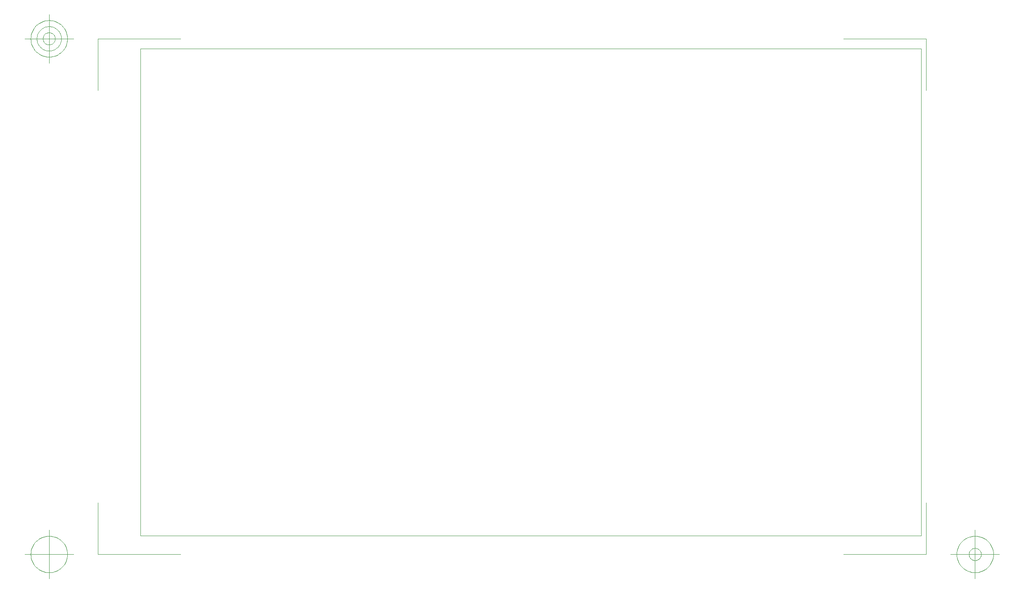
<source format=gbr>
G04 Generated by Ultiboard 10.0 *
%FSLAX25Y25*%
%MOIN*%

%ADD23C,0.00004*%
%ADD22C,0.00394*%


G04 ColorRGB 00FFFF for the following layer *
%LNLeiterplattenumriss*%
%LPD*%
%FSLAX25Y25*%
%MOIN*%
G54D23*
X0Y0D02*
X629921Y0D01*
X629921Y0D02*
X629921Y393701D01*
X629921Y393701D02*
X0Y393701D01*
X0Y393701D02*
X0Y0D01*
G54D22*
X-34512Y-14937D02*
X-34512Y26744D01*
X-34512Y-14937D02*
X32339Y-14937D01*
X634000Y-14937D02*
X567149Y-14937D01*
X634000Y-14937D02*
X634000Y26744D01*
X634000Y401874D02*
X634000Y360193D01*
X634000Y401874D02*
X567149Y401874D01*
X-34512Y401874D02*
X32339Y401874D01*
X-34512Y401874D02*
X-34512Y360193D01*
X-54197Y-14937D02*
X-93567Y-14937D01*
X-73882Y-34622D02*
X-73882Y4748D01*
X-59118Y-14937D02*
X-59189Y-13490D01*
X-59189Y-13490D02*
X-59402Y-12057D01*
X-59402Y-12057D02*
X-59754Y-10651D01*
X-59754Y-10651D02*
X-60242Y-9287D01*
X-60242Y-9287D02*
X-60861Y-7977D01*
X-60861Y-7977D02*
X-61606Y-6735D01*
X-61606Y-6735D02*
X-62469Y-5571D01*
X-62469Y-5571D02*
X-63442Y-4497D01*
X-63442Y-4497D02*
X-64516Y-3524D01*
X-64516Y-3524D02*
X-65680Y-2661D01*
X-65680Y-2661D02*
X-66922Y-1917D01*
X-66922Y-1917D02*
X-68232Y-1297D01*
X-68232Y-1297D02*
X-69596Y-809D01*
X-69596Y-809D02*
X-71002Y-457D01*
X-71002Y-457D02*
X-72435Y-244D01*
X-72435Y-244D02*
X-73882Y-173D01*
X-73882Y-173D02*
X-75329Y-244D01*
X-75329Y-244D02*
X-76762Y-457D01*
X-76762Y-457D02*
X-78168Y-809D01*
X-78168Y-809D02*
X-79532Y-1297D01*
X-79532Y-1297D02*
X-80841Y-1917D01*
X-80841Y-1917D02*
X-82084Y-2661D01*
X-82084Y-2661D02*
X-83248Y-3524D01*
X-83248Y-3524D02*
X-84321Y-4497D01*
X-84321Y-4497D02*
X-85294Y-5571D01*
X-85294Y-5571D02*
X-86158Y-6735D01*
X-86158Y-6735D02*
X-86902Y-7977D01*
X-86902Y-7977D02*
X-87522Y-9287D01*
X-87522Y-9287D02*
X-88010Y-10651D01*
X-88010Y-10651D02*
X-88362Y-12057D01*
X-88362Y-12057D02*
X-88575Y-13490D01*
X-88575Y-13490D02*
X-88646Y-14937D01*
X-88646Y-14937D02*
X-88575Y-16384D01*
X-88575Y-16384D02*
X-88362Y-17817D01*
X-88362Y-17817D02*
X-88010Y-19223D01*
X-88010Y-19223D02*
X-87522Y-20587D01*
X-87522Y-20587D02*
X-86902Y-21897D01*
X-86902Y-21897D02*
X-86158Y-23139D01*
X-86158Y-23139D02*
X-85294Y-24303D01*
X-85294Y-24303D02*
X-84321Y-25377D01*
X-84321Y-25377D02*
X-83248Y-26350D01*
X-83248Y-26350D02*
X-82084Y-27213D01*
X-82084Y-27213D02*
X-80841Y-27957D01*
X-80841Y-27957D02*
X-79532Y-28577D01*
X-79532Y-28577D02*
X-78168Y-29065D01*
X-78168Y-29065D02*
X-76762Y-29417D01*
X-76762Y-29417D02*
X-75329Y-29630D01*
X-75329Y-29630D02*
X-73882Y-29701D01*
X-73882Y-29701D02*
X-72435Y-29630D01*
X-72435Y-29630D02*
X-71002Y-29417D01*
X-71002Y-29417D02*
X-69596Y-29065D01*
X-69596Y-29065D02*
X-68232Y-28577D01*
X-68232Y-28577D02*
X-66922Y-27957D01*
X-66922Y-27957D02*
X-65680Y-27213D01*
X-65680Y-27213D02*
X-64516Y-26350D01*
X-64516Y-26350D02*
X-63442Y-25377D01*
X-63442Y-25377D02*
X-62469Y-24303D01*
X-62469Y-24303D02*
X-61606Y-23139D01*
X-61606Y-23139D02*
X-60861Y-21897D01*
X-60861Y-21897D02*
X-60242Y-20587D01*
X-60242Y-20587D02*
X-59754Y-19223D01*
X-59754Y-19223D02*
X-59402Y-17817D01*
X-59402Y-17817D02*
X-59189Y-16384D01*
X-59189Y-16384D02*
X-59118Y-14937D01*
X653685Y-14937D02*
X693055Y-14937D01*
X673370Y-34622D02*
X673370Y4748D01*
X688134Y-14937D02*
X688063Y-13490D01*
X688063Y-13490D02*
X687850Y-12057D01*
X687850Y-12057D02*
X687498Y-10651D01*
X687498Y-10651D02*
X687010Y-9287D01*
X687010Y-9287D02*
X686391Y-7977D01*
X686391Y-7977D02*
X685646Y-6735D01*
X685646Y-6735D02*
X684783Y-5571D01*
X684783Y-5571D02*
X683810Y-4497D01*
X683810Y-4497D02*
X682736Y-3524D01*
X682736Y-3524D02*
X681572Y-2661D01*
X681572Y-2661D02*
X680330Y-1917D01*
X680330Y-1917D02*
X679020Y-1297D01*
X679020Y-1297D02*
X677656Y-809D01*
X677656Y-809D02*
X676250Y-457D01*
X676250Y-457D02*
X674817Y-244D01*
X674817Y-244D02*
X673370Y-173D01*
X673370Y-173D02*
X671923Y-244D01*
X671923Y-244D02*
X670490Y-457D01*
X670490Y-457D02*
X669084Y-809D01*
X669084Y-809D02*
X667720Y-1297D01*
X667720Y-1297D02*
X666410Y-1917D01*
X666410Y-1917D02*
X665168Y-2661D01*
X665168Y-2661D02*
X664004Y-3524D01*
X664004Y-3524D02*
X662931Y-4497D01*
X662931Y-4497D02*
X661958Y-5571D01*
X661958Y-5571D02*
X661094Y-6735D01*
X661094Y-6735D02*
X660350Y-7977D01*
X660350Y-7977D02*
X659730Y-9287D01*
X659730Y-9287D02*
X659242Y-10651D01*
X659242Y-10651D02*
X658890Y-12057D01*
X658890Y-12057D02*
X658677Y-13490D01*
X658677Y-13490D02*
X658606Y-14937D01*
X658606Y-14937D02*
X658677Y-16384D01*
X658677Y-16384D02*
X658890Y-17817D01*
X658890Y-17817D02*
X659242Y-19223D01*
X659242Y-19223D02*
X659730Y-20587D01*
X659730Y-20587D02*
X660350Y-21897D01*
X660350Y-21897D02*
X661094Y-23139D01*
X661094Y-23139D02*
X661958Y-24303D01*
X661958Y-24303D02*
X662931Y-25377D01*
X662931Y-25377D02*
X664004Y-26350D01*
X664004Y-26350D02*
X665168Y-27213D01*
X665168Y-27213D02*
X666410Y-27957D01*
X666410Y-27957D02*
X667720Y-28577D01*
X667720Y-28577D02*
X669084Y-29065D01*
X669084Y-29065D02*
X670490Y-29417D01*
X670490Y-29417D02*
X671923Y-29630D01*
X671923Y-29630D02*
X673370Y-29701D01*
X673370Y-29701D02*
X674817Y-29630D01*
X674817Y-29630D02*
X676250Y-29417D01*
X676250Y-29417D02*
X677656Y-29065D01*
X677656Y-29065D02*
X679020Y-28577D01*
X679020Y-28577D02*
X680330Y-27957D01*
X680330Y-27957D02*
X681572Y-27213D01*
X681572Y-27213D02*
X682736Y-26350D01*
X682736Y-26350D02*
X683810Y-25377D01*
X683810Y-25377D02*
X684783Y-24303D01*
X684783Y-24303D02*
X685646Y-23139D01*
X685646Y-23139D02*
X686391Y-21897D01*
X686391Y-21897D02*
X687010Y-20587D01*
X687010Y-20587D02*
X687498Y-19223D01*
X687498Y-19223D02*
X687850Y-17817D01*
X687850Y-17817D02*
X688063Y-16384D01*
X688063Y-16384D02*
X688134Y-14937D01*
X678291Y-14937D02*
X678268Y-14455D01*
X678268Y-14455D02*
X678197Y-13977D01*
X678197Y-13977D02*
X678079Y-13508D01*
X678079Y-13508D02*
X677917Y-13054D01*
X677917Y-13054D02*
X677710Y-12617D01*
X677710Y-12617D02*
X677462Y-12203D01*
X677462Y-12203D02*
X677174Y-11815D01*
X677174Y-11815D02*
X676850Y-11457D01*
X676850Y-11457D02*
X676492Y-11133D01*
X676492Y-11133D02*
X676104Y-10845D01*
X676104Y-10845D02*
X675690Y-10597D01*
X675690Y-10597D02*
X675253Y-10390D01*
X675253Y-10390D02*
X674799Y-10228D01*
X674799Y-10228D02*
X674330Y-10110D01*
X674330Y-10110D02*
X673852Y-10039D01*
X673852Y-10039D02*
X673370Y-10016D01*
X673370Y-10016D02*
X672888Y-10039D01*
X672888Y-10039D02*
X672410Y-10110D01*
X672410Y-10110D02*
X671942Y-10228D01*
X671942Y-10228D02*
X671487Y-10390D01*
X671487Y-10390D02*
X671050Y-10597D01*
X671050Y-10597D02*
X670636Y-10845D01*
X670636Y-10845D02*
X670248Y-11133D01*
X670248Y-11133D02*
X669890Y-11457D01*
X669890Y-11457D02*
X669566Y-11815D01*
X669566Y-11815D02*
X669278Y-12203D01*
X669278Y-12203D02*
X669030Y-12617D01*
X669030Y-12617D02*
X668823Y-13054D01*
X668823Y-13054D02*
X668661Y-13508D01*
X668661Y-13508D02*
X668543Y-13977D01*
X668543Y-13977D02*
X668473Y-14455D01*
X668473Y-14455D02*
X668449Y-14937D01*
X668449Y-14937D02*
X668473Y-15419D01*
X668473Y-15419D02*
X668543Y-15897D01*
X668543Y-15897D02*
X668661Y-16366D01*
X668661Y-16366D02*
X668823Y-16820D01*
X668823Y-16820D02*
X669030Y-17257D01*
X669030Y-17257D02*
X669278Y-17671D01*
X669278Y-17671D02*
X669566Y-18059D01*
X669566Y-18059D02*
X669890Y-18417D01*
X669890Y-18417D02*
X670248Y-18741D01*
X670248Y-18741D02*
X670636Y-19029D01*
X670636Y-19029D02*
X671050Y-19277D01*
X671050Y-19277D02*
X671487Y-19484D01*
X671487Y-19484D02*
X671942Y-19646D01*
X671942Y-19646D02*
X672410Y-19764D01*
X672410Y-19764D02*
X672888Y-19835D01*
X672888Y-19835D02*
X673370Y-19858D01*
X673370Y-19858D02*
X673852Y-19835D01*
X673852Y-19835D02*
X674330Y-19764D01*
X674330Y-19764D02*
X674799Y-19646D01*
X674799Y-19646D02*
X675253Y-19484D01*
X675253Y-19484D02*
X675690Y-19277D01*
X675690Y-19277D02*
X676104Y-19029D01*
X676104Y-19029D02*
X676492Y-18741D01*
X676492Y-18741D02*
X676850Y-18417D01*
X676850Y-18417D02*
X677174Y-18059D01*
X677174Y-18059D02*
X677462Y-17671D01*
X677462Y-17671D02*
X677710Y-17257D01*
X677710Y-17257D02*
X677917Y-16820D01*
X677917Y-16820D02*
X678079Y-16366D01*
X678079Y-16366D02*
X678197Y-15897D01*
X678197Y-15897D02*
X678268Y-15419D01*
X678268Y-15419D02*
X678291Y-14937D01*
X-54197Y401874D02*
X-93567Y401874D01*
X-73882Y382189D02*
X-73882Y421559D01*
X-59118Y401874D02*
X-59189Y403321D01*
X-59189Y403321D02*
X-59402Y404754D01*
X-59402Y404754D02*
X-59754Y406160D01*
X-59754Y406160D02*
X-60242Y407524D01*
X-60242Y407524D02*
X-60861Y408834D01*
X-60861Y408834D02*
X-61606Y410076D01*
X-61606Y410076D02*
X-62469Y411240D01*
X-62469Y411240D02*
X-63442Y412314D01*
X-63442Y412314D02*
X-64516Y413287D01*
X-64516Y413287D02*
X-65680Y414150D01*
X-65680Y414150D02*
X-66922Y414895D01*
X-66922Y414895D02*
X-68232Y415514D01*
X-68232Y415514D02*
X-69596Y416002D01*
X-69596Y416002D02*
X-71002Y416354D01*
X-71002Y416354D02*
X-72435Y416567D01*
X-72435Y416567D02*
X-73882Y416638D01*
X-73882Y416638D02*
X-75329Y416567D01*
X-75329Y416567D02*
X-76762Y416354D01*
X-76762Y416354D02*
X-78168Y416002D01*
X-78168Y416002D02*
X-79532Y415514D01*
X-79532Y415514D02*
X-80841Y414895D01*
X-80841Y414895D02*
X-82084Y414150D01*
X-82084Y414150D02*
X-83248Y413287D01*
X-83248Y413287D02*
X-84321Y412314D01*
X-84321Y412314D02*
X-85294Y411240D01*
X-85294Y411240D02*
X-86158Y410076D01*
X-86158Y410076D02*
X-86902Y408834D01*
X-86902Y408834D02*
X-87522Y407524D01*
X-87522Y407524D02*
X-88010Y406160D01*
X-88010Y406160D02*
X-88362Y404754D01*
X-88362Y404754D02*
X-88575Y403321D01*
X-88575Y403321D02*
X-88646Y401874D01*
X-88646Y401874D02*
X-88575Y400427D01*
X-88575Y400427D02*
X-88362Y398994D01*
X-88362Y398994D02*
X-88010Y397588D01*
X-88010Y397588D02*
X-87522Y396224D01*
X-87522Y396224D02*
X-86902Y394914D01*
X-86902Y394914D02*
X-86158Y393672D01*
X-86158Y393672D02*
X-85294Y392508D01*
X-85294Y392508D02*
X-84321Y391434D01*
X-84321Y391434D02*
X-83248Y390461D01*
X-83248Y390461D02*
X-82084Y389598D01*
X-82084Y389598D02*
X-80841Y388854D01*
X-80841Y388854D02*
X-79532Y388234D01*
X-79532Y388234D02*
X-78168Y387746D01*
X-78168Y387746D02*
X-76762Y387394D01*
X-76762Y387394D02*
X-75329Y387181D01*
X-75329Y387181D02*
X-73882Y387110D01*
X-73882Y387110D02*
X-72435Y387181D01*
X-72435Y387181D02*
X-71002Y387394D01*
X-71002Y387394D02*
X-69596Y387746D01*
X-69596Y387746D02*
X-68232Y388234D01*
X-68232Y388234D02*
X-66922Y388854D01*
X-66922Y388854D02*
X-65680Y389598D01*
X-65680Y389598D02*
X-64516Y390461D01*
X-64516Y390461D02*
X-63442Y391434D01*
X-63442Y391434D02*
X-62469Y392508D01*
X-62469Y392508D02*
X-61606Y393672D01*
X-61606Y393672D02*
X-60861Y394914D01*
X-60861Y394914D02*
X-60242Y396224D01*
X-60242Y396224D02*
X-59754Y397588D01*
X-59754Y397588D02*
X-59402Y398994D01*
X-59402Y398994D02*
X-59189Y400427D01*
X-59189Y400427D02*
X-59118Y401874D01*
X-64039Y401874D02*
X-64087Y402839D01*
X-64087Y402839D02*
X-64228Y403794D01*
X-64228Y403794D02*
X-64463Y404731D01*
X-64463Y404731D02*
X-64789Y405641D01*
X-64789Y405641D02*
X-65202Y406514D01*
X-65202Y406514D02*
X-65698Y407342D01*
X-65698Y407342D02*
X-66274Y408118D01*
X-66274Y408118D02*
X-66922Y408834D01*
X-66922Y408834D02*
X-67638Y409482D01*
X-67638Y409482D02*
X-68414Y410058D01*
X-68414Y410058D02*
X-69242Y410554D01*
X-69242Y410554D02*
X-70115Y410967D01*
X-70115Y410967D02*
X-71025Y411293D01*
X-71025Y411293D02*
X-71962Y411527D01*
X-71962Y411527D02*
X-72917Y411669D01*
X-72917Y411669D02*
X-73882Y411717D01*
X-73882Y411717D02*
X-74847Y411669D01*
X-74847Y411669D02*
X-75802Y411527D01*
X-75802Y411527D02*
X-76739Y411293D01*
X-76739Y411293D02*
X-77648Y410967D01*
X-77648Y410967D02*
X-78522Y410554D01*
X-78522Y410554D02*
X-79350Y410058D01*
X-79350Y410058D02*
X-80126Y409482D01*
X-80126Y409482D02*
X-80842Y408834D01*
X-80842Y408834D02*
X-81490Y408118D01*
X-81490Y408118D02*
X-82066Y407342D01*
X-82066Y407342D02*
X-82562Y406514D01*
X-82562Y406514D02*
X-82975Y405641D01*
X-82975Y405641D02*
X-83301Y404731D01*
X-83301Y404731D02*
X-83535Y403794D01*
X-83535Y403794D02*
X-83677Y402839D01*
X-83677Y402839D02*
X-83724Y401874D01*
X-83724Y401874D02*
X-83677Y400909D01*
X-83677Y400909D02*
X-83535Y399954D01*
X-83535Y399954D02*
X-83301Y399017D01*
X-83301Y399017D02*
X-82975Y398107D01*
X-82975Y398107D02*
X-82562Y397234D01*
X-82562Y397234D02*
X-82066Y396406D01*
X-82066Y396406D02*
X-81490Y395630D01*
X-81490Y395630D02*
X-80842Y394914D01*
X-80842Y394914D02*
X-80126Y394266D01*
X-80126Y394266D02*
X-79350Y393690D01*
X-79350Y393690D02*
X-78522Y393194D01*
X-78522Y393194D02*
X-77648Y392781D01*
X-77648Y392781D02*
X-76739Y392455D01*
X-76739Y392455D02*
X-75802Y392221D01*
X-75802Y392221D02*
X-74847Y392079D01*
X-74847Y392079D02*
X-73882Y392031D01*
X-73882Y392031D02*
X-72917Y392079D01*
X-72917Y392079D02*
X-71962Y392221D01*
X-71962Y392221D02*
X-71025Y392455D01*
X-71025Y392455D02*
X-70115Y392781D01*
X-70115Y392781D02*
X-69242Y393194D01*
X-69242Y393194D02*
X-68414Y393690D01*
X-68414Y393690D02*
X-67638Y394266D01*
X-67638Y394266D02*
X-66922Y394914D01*
X-66922Y394914D02*
X-66274Y395630D01*
X-66274Y395630D02*
X-65698Y396406D01*
X-65698Y396406D02*
X-65202Y397234D01*
X-65202Y397234D02*
X-64789Y398107D01*
X-64789Y398107D02*
X-64463Y399017D01*
X-64463Y399017D02*
X-64228Y399954D01*
X-64228Y399954D02*
X-64087Y400909D01*
X-64087Y400909D02*
X-64039Y401874D01*
X-68961Y401874D02*
X-68984Y402356D01*
X-68984Y402356D02*
X-69055Y402834D01*
X-69055Y402834D02*
X-69173Y403303D01*
X-69173Y403303D02*
X-69335Y403757D01*
X-69335Y403757D02*
X-69542Y404194D01*
X-69542Y404194D02*
X-69790Y404608D01*
X-69790Y404608D02*
X-70078Y404996D01*
X-70078Y404996D02*
X-70402Y405354D01*
X-70402Y405354D02*
X-70760Y405678D01*
X-70760Y405678D02*
X-71148Y405966D01*
X-71148Y405966D02*
X-71562Y406214D01*
X-71562Y406214D02*
X-71999Y406421D01*
X-71999Y406421D02*
X-72453Y406583D01*
X-72453Y406583D02*
X-72922Y406701D01*
X-72922Y406701D02*
X-73400Y406772D01*
X-73400Y406772D02*
X-73882Y406795D01*
X-73882Y406795D02*
X-74364Y406772D01*
X-74364Y406772D02*
X-74842Y406701D01*
X-74842Y406701D02*
X-75310Y406583D01*
X-75310Y406583D02*
X-75765Y406421D01*
X-75765Y406421D02*
X-76202Y406214D01*
X-76202Y406214D02*
X-76616Y405966D01*
X-76616Y405966D02*
X-77004Y405678D01*
X-77004Y405678D02*
X-77362Y405354D01*
X-77362Y405354D02*
X-77686Y404996D01*
X-77686Y404996D02*
X-77974Y404608D01*
X-77974Y404608D02*
X-78222Y404194D01*
X-78222Y404194D02*
X-78429Y403757D01*
X-78429Y403757D02*
X-78591Y403303D01*
X-78591Y403303D02*
X-78709Y402834D01*
X-78709Y402834D02*
X-78779Y402356D01*
X-78779Y402356D02*
X-78803Y401874D01*
X-78803Y401874D02*
X-78779Y401392D01*
X-78779Y401392D02*
X-78709Y400914D01*
X-78709Y400914D02*
X-78591Y400445D01*
X-78591Y400445D02*
X-78429Y399991D01*
X-78429Y399991D02*
X-78222Y399554D01*
X-78222Y399554D02*
X-77974Y399140D01*
X-77974Y399140D02*
X-77686Y398752D01*
X-77686Y398752D02*
X-77362Y398394D01*
X-77362Y398394D02*
X-77004Y398070D01*
X-77004Y398070D02*
X-76616Y397782D01*
X-76616Y397782D02*
X-76202Y397534D01*
X-76202Y397534D02*
X-75765Y397327D01*
X-75765Y397327D02*
X-75310Y397165D01*
X-75310Y397165D02*
X-74842Y397047D01*
X-74842Y397047D02*
X-74364Y396976D01*
X-74364Y396976D02*
X-73882Y396953D01*
X-73882Y396953D02*
X-73400Y396976D01*
X-73400Y396976D02*
X-72922Y397047D01*
X-72922Y397047D02*
X-72453Y397165D01*
X-72453Y397165D02*
X-71999Y397327D01*
X-71999Y397327D02*
X-71562Y397534D01*
X-71562Y397534D02*
X-71148Y397782D01*
X-71148Y397782D02*
X-70760Y398070D01*
X-70760Y398070D02*
X-70402Y398394D01*
X-70402Y398394D02*
X-70078Y398752D01*
X-70078Y398752D02*
X-69790Y399140D01*
X-69790Y399140D02*
X-69542Y399554D01*
X-69542Y399554D02*
X-69335Y399991D01*
X-69335Y399991D02*
X-69173Y400445D01*
X-69173Y400445D02*
X-69055Y400914D01*
X-69055Y400914D02*
X-68984Y401392D01*
X-68984Y401392D02*
X-68961Y401874D01*

M00*

</source>
